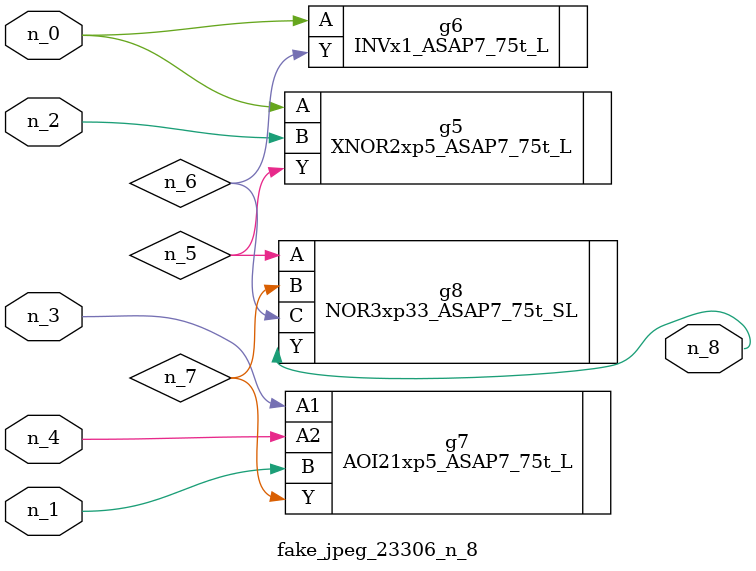
<source format=v>
module fake_jpeg_23306_n_8 (n_3, n_2, n_1, n_0, n_4, n_8);

input n_3;
input n_2;
input n_1;
input n_0;
input n_4;

output n_8;

wire n_6;
wire n_5;
wire n_7;

XNOR2xp5_ASAP7_75t_L g5 ( 
.A(n_0),
.B(n_2),
.Y(n_5)
);

INVx1_ASAP7_75t_L g6 ( 
.A(n_0),
.Y(n_6)
);

AOI21xp5_ASAP7_75t_L g7 ( 
.A1(n_3),
.A2(n_4),
.B(n_1),
.Y(n_7)
);

NOR3xp33_ASAP7_75t_SL g8 ( 
.A(n_5),
.B(n_7),
.C(n_6),
.Y(n_8)
);


endmodule
</source>
